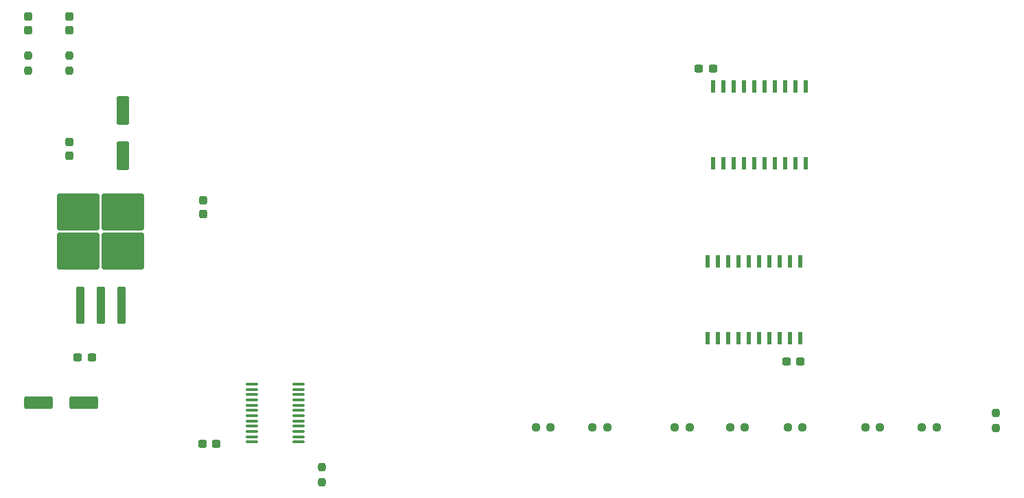
<source format=gbr>
%TF.GenerationSoftware,KiCad,Pcbnew,8.0.2*%
%TF.CreationDate,2024-06-18T22:48:14+02:00*%
%TF.ProjectId,radom-controller,7261646f-6d2d-4636-9f6e-74726f6c6c65,rev?*%
%TF.SameCoordinates,Original*%
%TF.FileFunction,Paste,Top*%
%TF.FilePolarity,Positive*%
%FSLAX46Y46*%
G04 Gerber Fmt 4.6, Leading zero omitted, Abs format (unit mm)*
G04 Created by KiCad (PCBNEW 8.0.2) date 2024-06-18 22:48:14*
%MOMM*%
%LPD*%
G01*
G04 APERTURE LIST*
G04 Aperture macros list*
%AMRoundRect*
0 Rectangle with rounded corners*
0 $1 Rounding radius*
0 $2 $3 $4 $5 $6 $7 $8 $9 X,Y pos of 4 corners*
0 Add a 4 corners polygon primitive as box body*
4,1,4,$2,$3,$4,$5,$6,$7,$8,$9,$2,$3,0*
0 Add four circle primitives for the rounded corners*
1,1,$1+$1,$2,$3*
1,1,$1+$1,$4,$5*
1,1,$1+$1,$6,$7*
1,1,$1+$1,$8,$9*
0 Add four rect primitives between the rounded corners*
20,1,$1+$1,$2,$3,$4,$5,0*
20,1,$1+$1,$4,$5,$6,$7,0*
20,1,$1+$1,$6,$7,$8,$9,0*
20,1,$1+$1,$8,$9,$2,$3,0*%
G04 Aperture macros list end*
%ADD10RoundRect,0.237500X-0.237500X0.287500X-0.237500X-0.287500X0.237500X-0.287500X0.237500X0.287500X0*%
%ADD11RoundRect,0.237500X0.300000X0.237500X-0.300000X0.237500X-0.300000X-0.237500X0.300000X-0.237500X0*%
%ADD12RoundRect,0.237500X0.237500X-0.250000X0.237500X0.250000X-0.237500X0.250000X-0.237500X-0.250000X0*%
%ADD13RoundRect,0.237500X0.250000X0.237500X-0.250000X0.237500X-0.250000X-0.237500X0.250000X-0.237500X0*%
%ADD14R,0.600000X1.500000*%
%ADD15RoundRect,0.237500X-0.237500X0.300000X-0.237500X-0.300000X0.237500X-0.300000X0.237500X0.300000X0*%
%ADD16RoundRect,0.250000X0.300000X-2.050000X0.300000X2.050000X-0.300000X2.050000X-0.300000X-2.050000X0*%
%ADD17RoundRect,0.250000X2.375000X-2.025000X2.375000X2.025000X-2.375000X2.025000X-2.375000X-2.025000X0*%
%ADD18RoundRect,0.250000X1.500000X0.550000X-1.500000X0.550000X-1.500000X-0.550000X1.500000X-0.550000X0*%
%ADD19RoundRect,0.237500X0.237500X-0.300000X0.237500X0.300000X-0.237500X0.300000X-0.237500X-0.300000X0*%
%ADD20RoundRect,0.100000X0.637500X0.100000X-0.637500X0.100000X-0.637500X-0.100000X0.637500X-0.100000X0*%
%ADD21RoundRect,0.250000X0.550000X-1.500000X0.550000X1.500000X-0.550000X1.500000X-0.550000X-1.500000X0*%
G04 APERTURE END LIST*
D10*
%TO.C,D2*%
X60960000Y-71656000D03*
X60960000Y-73406000D03*
%TD*%
D11*
%TO.C,C7*%
X140335000Y-78105000D03*
X138610000Y-78105000D03*
%TD*%
%TO.C,C1*%
X151130000Y-114300000D03*
X149405000Y-114300000D03*
%TD*%
D12*
%TO.C,R11*%
X92075000Y-129182500D03*
X92075000Y-127357500D03*
%TD*%
D13*
%TO.C,R10*%
X120292500Y-122428000D03*
X118467500Y-122428000D03*
%TD*%
%TO.C,R4*%
X160932500Y-122428000D03*
X159107500Y-122428000D03*
%TD*%
%TO.C,R7*%
X137437500Y-122428000D03*
X135612500Y-122428000D03*
%TD*%
D12*
%TO.C,R2*%
X175260000Y-122475000D03*
X175260000Y-120650000D03*
%TD*%
D11*
%TO.C,C8*%
X79094500Y-124460000D03*
X77369500Y-124460000D03*
%TD*%
D14*
%TO.C,U1*%
X151130000Y-101930000D03*
X149860000Y-101930000D03*
X148590000Y-101930000D03*
X147320000Y-101930000D03*
X146050000Y-101930000D03*
X144780000Y-101930000D03*
X143510000Y-101930000D03*
X142240000Y-101930000D03*
X140970000Y-101930000D03*
X139700000Y-101930000D03*
X139700000Y-111430000D03*
X140970000Y-111430000D03*
X142240000Y-111430000D03*
X143510000Y-111430000D03*
X144780000Y-111430000D03*
X146050000Y-111430000D03*
X147320000Y-111430000D03*
X148590000Y-111430000D03*
X149860000Y-111430000D03*
X151130000Y-111430000D03*
%TD*%
D12*
%TO.C,R1*%
X55880000Y-78382500D03*
X55880000Y-76557500D03*
%TD*%
D13*
%TO.C,R3*%
X167917500Y-122428000D03*
X166092500Y-122428000D03*
%TD*%
D15*
%TO.C,C6*%
X77470000Y-94387500D03*
X77470000Y-96112500D03*
%TD*%
D16*
%TO.C,U2*%
X62249000Y-107375000D03*
X64789000Y-107375000D03*
D17*
X62014000Y-100650000D03*
X67564000Y-100650000D03*
X62014000Y-95800000D03*
X67564000Y-95800000D03*
D16*
X67329000Y-107375000D03*
%TD*%
D10*
%TO.C,D1*%
X55880000Y-71656000D03*
X55880000Y-73406000D03*
%TD*%
D13*
%TO.C,R9*%
X127277500Y-122428000D03*
X125452500Y-122428000D03*
%TD*%
%TO.C,R5*%
X151384000Y-122428000D03*
X149559000Y-122428000D03*
%TD*%
D11*
%TO.C,C3*%
X63701000Y-113792000D03*
X61976000Y-113792000D03*
%TD*%
D14*
%TO.C,U4*%
X140335000Y-89840000D03*
X141605000Y-89840000D03*
X142875000Y-89840000D03*
X144145000Y-89840000D03*
X145415000Y-89840000D03*
X146685000Y-89840000D03*
X147955000Y-89840000D03*
X149225000Y-89840000D03*
X150495000Y-89840000D03*
X151765000Y-89840000D03*
X151765000Y-80340000D03*
X150495000Y-80340000D03*
X149225000Y-80340000D03*
X147955000Y-80340000D03*
X146685000Y-80340000D03*
X145415000Y-80340000D03*
X144145000Y-80340000D03*
X142875000Y-80340000D03*
X141605000Y-80340000D03*
X140335000Y-80340000D03*
%TD*%
D12*
%TO.C,R8*%
X60960000Y-78382500D03*
X60960000Y-76557500D03*
%TD*%
D18*
%TO.C,C2*%
X62744000Y-119380000D03*
X57144000Y-119380000D03*
%TD*%
D19*
%TO.C,C4*%
X60960000Y-88900000D03*
X60960000Y-87175000D03*
%TD*%
D20*
%TO.C,U5*%
X89222500Y-124225000D03*
X89222500Y-123575000D03*
X89222500Y-122925000D03*
X89222500Y-122275000D03*
X89222500Y-121625000D03*
X89222500Y-120975000D03*
X89222500Y-120325000D03*
X89222500Y-119675000D03*
X89222500Y-119025000D03*
X89222500Y-118375000D03*
X89222500Y-117725000D03*
X89222500Y-117075000D03*
X83497500Y-117075000D03*
X83497500Y-117725000D03*
X83497500Y-118375000D03*
X83497500Y-119025000D03*
X83497500Y-119675000D03*
X83497500Y-120325000D03*
X83497500Y-120975000D03*
X83497500Y-121625000D03*
X83497500Y-122275000D03*
X83497500Y-122925000D03*
X83497500Y-123575000D03*
X83497500Y-124225000D03*
%TD*%
D13*
%TO.C,R6*%
X144272000Y-122428000D03*
X142447000Y-122428000D03*
%TD*%
D21*
%TO.C,C5*%
X67564000Y-88900000D03*
X67564000Y-83300000D03*
%TD*%
M02*

</source>
